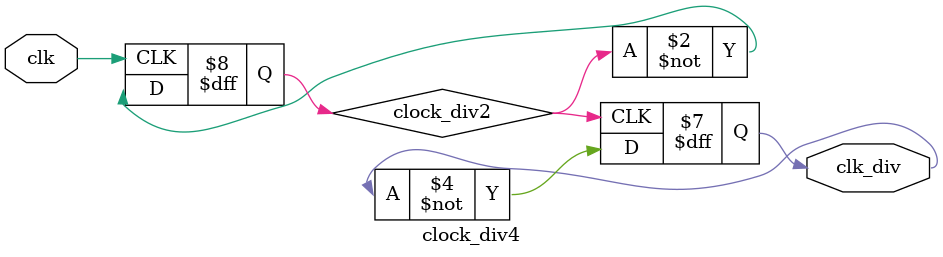
<source format=v>
`timescale 1ns / 1ns

module clock_div4(output reg clk_div = 0, input clk);

reg clock_div2 = 0;

always @(posedge clk)
begin
    clock_div2 = ~clock_div2; 
end

always @(posedge clock_div2)
begin
    clk_div = ~clk_div;
end

endmodule

</source>
